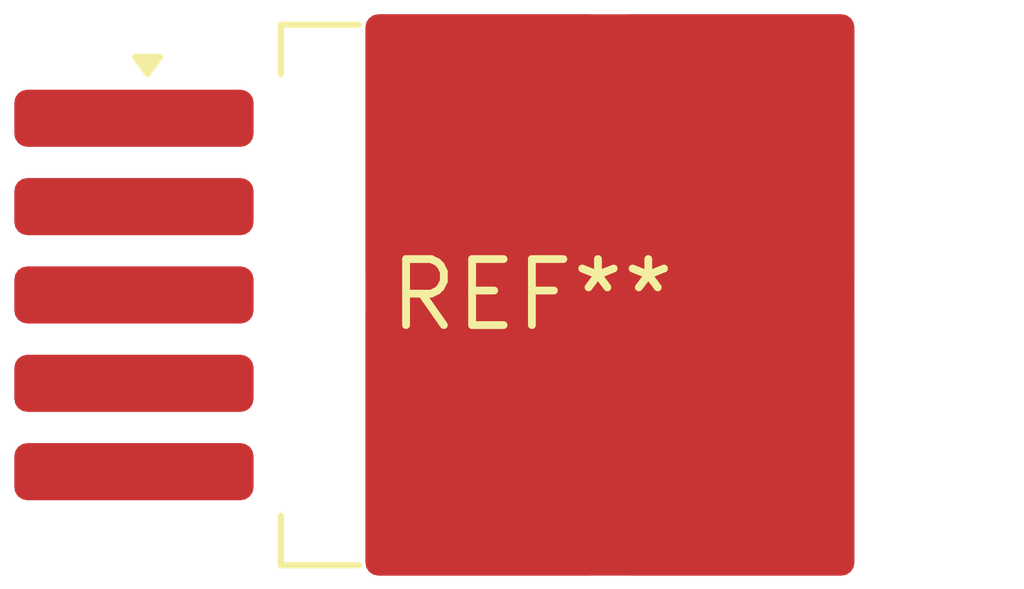
<source format=kicad_pcb>
(kicad_pcb (version 20240108) (generator pcbnew)
  (layers (0 "F.Cu" signal) (31 "B.Cu" signal) (34 "B.Paste" user) (35 "F.Paste" user) (36 "B.SilkS" user "B.Silkscreen") (37 "F.SilkS" user "F.Silkscreen") (38 "B.Mask" user) (39 "F.Mask" user) (44 "Edge.Cuts" user))
  (net 0 "")
  (footprint "TO-263-5_TabPin3" (layer "F.Cu") (at 0 0)
    (property "Reference" "REF**")
    (property "Value" "TO-263-5_TabPin3")
    (fp_line (start -4.825 -5.2) (end -4.825 -4.25) (layer "F.SilkS") (stroke (width 0.12)))
    (fp_line (start -4.825 5.2) (end -4.825 4.25) (layer "F.SilkS") (stroke (width 0.12)))
    (fp_line (start -3.325 -5.2) (end -4.825 -5.2) (layer "F.SilkS") (stroke (width 0.12)))
    (fp_line (start -3.325 5.2) (end -4.825 5.2) (layer "F.SilkS") (stroke (width 0.12)))
    (fp_poly (pts (xy -7.3875 -4.25) (xy -7.6275 -4.58) (xy -7.1475 -4.58) (xy -7.3875 -4.25)) (layer "F.SilkS") (stroke (width 0.12)) (fill solid))
    (pad "1" smd roundrect (at -7.65 -3.4) (size 4.6 1.1) (layers "F.Cu" "F.Paste" "F.Mask") (roundrect_rratio 0.227273))
    (pad "2" smd roundrect (at -7.65 -1.7) (size 4.6 1.1) (layers "F.Cu" "F.Paste" "F.Mask") (roundrect_rratio 0.227273))
    (pad "3" smd roundrect (at -7.65 0) (size 4.6 1.1) (layers "F.Cu" "F.Paste" "F.Mask") (roundrect_rratio 0.227273))
    (pad "3" smd roundrect (at -0.925 -2.775) (size 4.55 5.25) (layers "F.Cu" "F.Paste") (roundrect_rratio 0.054945))
    (pad "3" smd roundrect (at -0.925 2.775) (size 4.55 5.25) (layers "F.Cu" "F.Paste") (roundrect_rratio 0.054945))
    (pad "3" smd roundrect (at 1.5 0) (size 9.4 10.8) (layers "F.Cu" "F.Mask") (roundrect_rratio 0.026596))
    (pad "3" smd roundrect (at 3.925 -2.775) (size 4.55 5.25) (layers "F.Cu" "F.Paste") (roundrect_rratio 0.054945))
    (pad "3" smd roundrect (at 3.925 2.775) (size 4.55 5.25) (layers "F.Cu" "F.Paste") (roundrect_rratio 0.054945))
    (pad "4" smd roundrect (at -7.65 1.7) (size 4.6 1.1) (layers "F.Cu" "F.Paste" "F.Mask") (roundrect_rratio 0.227273))
    (pad "5" smd roundrect (at -7.65 3.4) (size 4.6 1.1) (layers "F.Cu" "F.Paste" "F.Mask") (roundrect_rratio 0.227273))
  )
)
</source>
